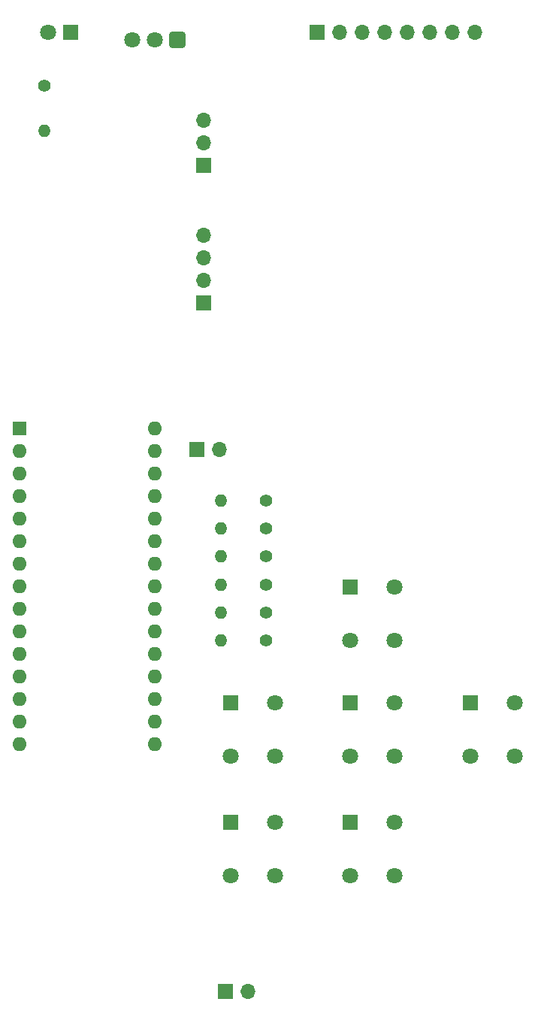
<source format=gbr>
%TF.GenerationSoftware,KiCad,Pcbnew,8.0.5*%
%TF.CreationDate,2024-10-10T14:23:18+02:00*%
%TF.ProjectId,universal_remote,756e6976-6572-4736-916c-5f72656d6f74,rev?*%
%TF.SameCoordinates,Original*%
%TF.FileFunction,Soldermask,Bot*%
%TF.FilePolarity,Negative*%
%FSLAX46Y46*%
G04 Gerber Fmt 4.6, Leading zero omitted, Abs format (unit mm)*
G04 Created by KiCad (PCBNEW 8.0.5) date 2024-10-10 14:23:18*
%MOMM*%
%LPD*%
G01*
G04 APERTURE LIST*
G04 Aperture macros list*
%AMRoundRect*
0 Rectangle with rounded corners*
0 $1 Rounding radius*
0 $2 $3 $4 $5 $6 $7 $8 $9 X,Y pos of 4 corners*
0 Add a 4 corners polygon primitive as box body*
4,1,4,$2,$3,$4,$5,$6,$7,$8,$9,$2,$3,0*
0 Add four circle primitives for the rounded corners*
1,1,$1+$1,$2,$3*
1,1,$1+$1,$4,$5*
1,1,$1+$1,$6,$7*
1,1,$1+$1,$8,$9*
0 Add four rect primitives between the rounded corners*
20,1,$1+$1,$2,$3,$4,$5,0*
20,1,$1+$1,$4,$5,$6,$7,0*
20,1,$1+$1,$6,$7,$8,$9,0*
20,1,$1+$1,$8,$9,$2,$3,0*%
G04 Aperture macros list end*
%ADD10C,1.400000*%
%ADD11O,1.400000X1.400000*%
%ADD12R,1.700000X1.700000*%
%ADD13O,1.700000X1.700000*%
%ADD14R,1.800000X1.800000*%
%ADD15C,1.800000*%
%ADD16RoundRect,0.248400X0.651600X0.651600X-0.651600X0.651600X-0.651600X-0.651600X0.651600X-0.651600X0*%
%ADD17R,1.600000X1.600000*%
%ADD18O,1.600000X1.600000*%
G04 APERTURE END LIST*
D10*
%TO.C,R4*%
X131500000Y-101200000D03*
D11*
X126420000Y-101200000D03*
%TD*%
D10*
%TO.C,R5*%
X131500000Y-98050000D03*
D11*
X126420000Y-98050000D03*
%TD*%
D10*
%TO.C,R6*%
X131500000Y-94900000D03*
D11*
X126420000Y-94900000D03*
%TD*%
D10*
%TO.C,R2*%
X131500000Y-107500000D03*
D11*
X126420000Y-107500000D03*
%TD*%
D12*
%TO.C,J1*%
X137220000Y-39000000D03*
D13*
X139760000Y-39000000D03*
X142300000Y-39000000D03*
X144840000Y-39000000D03*
X147380000Y-39000000D03*
X149920000Y-39000000D03*
X152460000Y-39000000D03*
X155000000Y-39000000D03*
%TD*%
D14*
%TO.C,SW4*%
X154500000Y-114500000D03*
D15*
X159500000Y-114500000D03*
X154500000Y-120500000D03*
X159500000Y-120500000D03*
%TD*%
D14*
%TO.C,SW2*%
X141000000Y-114500000D03*
D15*
X146000000Y-114500000D03*
X141000000Y-120500000D03*
X146000000Y-120500000D03*
%TD*%
D12*
%TO.C,J2*%
X126960000Y-147000000D03*
D13*
X129500000Y-147000000D03*
%TD*%
D14*
%TO.C,SW3*%
X141000000Y-128000000D03*
D15*
X146000000Y-128000000D03*
X141000000Y-134000000D03*
X146000000Y-134000000D03*
%TD*%
D14*
%TO.C,SW1*%
X141000000Y-101500000D03*
D15*
X146000000Y-101500000D03*
X141000000Y-107500000D03*
X146000000Y-107500000D03*
%TD*%
D10*
%TO.C,R7*%
X131500000Y-91750000D03*
D11*
X126420000Y-91750000D03*
%TD*%
D16*
%TO.C,U1*%
X121500000Y-39815000D03*
D15*
X118960000Y-39815000D03*
X116420000Y-39815000D03*
%TD*%
D17*
%TO.C,A1*%
X103760000Y-83600000D03*
D18*
X103760000Y-86140000D03*
X103760000Y-88680000D03*
X103760000Y-91220000D03*
X103760000Y-93760000D03*
X103760000Y-96300000D03*
X103760000Y-98840000D03*
X103760000Y-101380000D03*
X103760000Y-103920000D03*
X103760000Y-106460000D03*
X103760000Y-109000000D03*
X103760000Y-111540000D03*
X103760000Y-114080000D03*
X103760000Y-116620000D03*
X103760000Y-119160000D03*
X119000000Y-119160000D03*
X119000000Y-116620000D03*
X119000000Y-114080000D03*
X119000000Y-111540000D03*
X119000000Y-109000000D03*
X119000000Y-106460000D03*
X119000000Y-103920000D03*
X119000000Y-101380000D03*
X119000000Y-98840000D03*
X119000000Y-96300000D03*
X119000000Y-93760000D03*
X119000000Y-91220000D03*
X119000000Y-88680000D03*
X119000000Y-86140000D03*
X119000000Y-83600000D03*
%TD*%
D10*
%TO.C,R1*%
X106500000Y-45000000D03*
D11*
X106500000Y-50080000D03*
%TD*%
D14*
%TO.C,SW5*%
X127500000Y-114500000D03*
D15*
X132500000Y-114500000D03*
X127500000Y-120500000D03*
X132500000Y-120500000D03*
%TD*%
D14*
%TO.C,D1*%
X109500000Y-39000000D03*
D15*
X106960000Y-39000000D03*
%TD*%
D10*
%TO.C,R3*%
X131500000Y-104350000D03*
D11*
X126420000Y-104350000D03*
%TD*%
D12*
%TO.C,J3*%
X124500000Y-69500000D03*
D13*
X124500000Y-66960000D03*
X124500000Y-64420000D03*
X124500000Y-61880000D03*
%TD*%
D12*
%TO.C,BT1*%
X123725000Y-86000000D03*
D13*
X126265000Y-86000000D03*
%TD*%
D12*
%TO.C,J4*%
X124500000Y-54000000D03*
D13*
X124500000Y-51460000D03*
X124500000Y-48920000D03*
%TD*%
D14*
%TO.C,SW6*%
X127500000Y-128000000D03*
D15*
X132500000Y-128000000D03*
X127500000Y-134000000D03*
X132500000Y-134000000D03*
%TD*%
M02*

</source>
